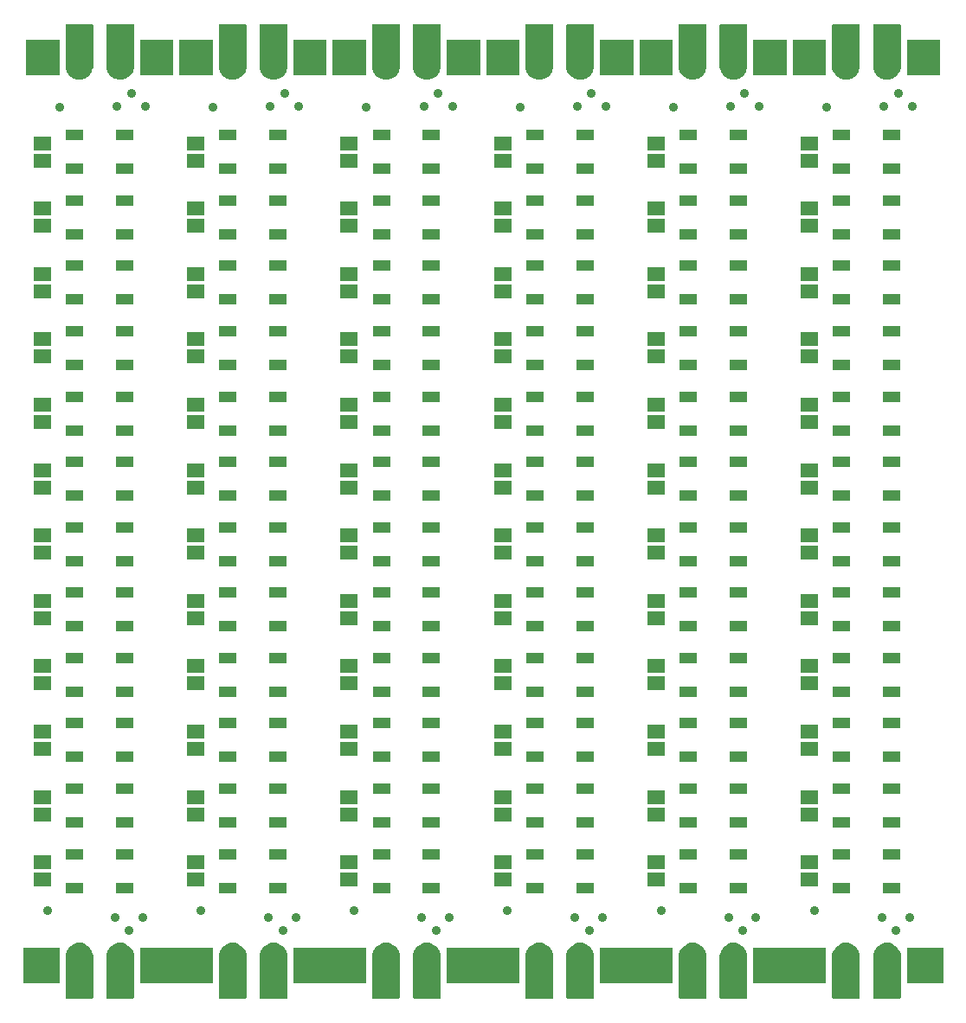
<source format=gts>
G04*
G04 #@! TF.GenerationSoftware,Altium Limited,Altium Designer,21.7.2 (23)*
G04*
G04 Layer_Color=8388736*
%FSLAX44Y44*%
%MOMM*%
G71*
G04*
G04 #@! TF.SameCoordinates,A18D3496-1026-4BA7-8AEB-D4DB3583FBB1*
G04*
G04*
G04 #@! TF.FilePolarity,Negative*
G04*
G01*
G75*
%ADD21R,1.6532X1.4532*%
%ADD22C,1.2032*%
%ADD23R,1.7032X1.1032*%
%ADD24C,1.1032*%
%ADD25C,0.9032*%
G36*
X897000Y907000D02*
X864500D01*
Y942000D01*
X897000D01*
Y907000D01*
D02*
G37*
G36*
X785500D02*
X753000D01*
Y942000D01*
X785500D01*
Y907000D01*
D02*
G37*
G36*
X747000D02*
X714500D01*
Y942000D01*
X747000D01*
Y907000D01*
D02*
G37*
G36*
X635500D02*
X603000D01*
Y942000D01*
X635500D01*
Y907000D01*
D02*
G37*
G36*
X597000D02*
X564500D01*
Y942000D01*
X597000D01*
Y907000D01*
D02*
G37*
G36*
X485500D02*
X453000D01*
Y942000D01*
X485500D01*
Y907000D01*
D02*
G37*
G36*
X447000D02*
X414500D01*
Y942000D01*
X447000D01*
Y907000D01*
D02*
G37*
G36*
X335500D02*
X303000D01*
Y942000D01*
X335500D01*
Y907000D01*
D02*
G37*
G36*
X297000D02*
X264500D01*
Y942000D01*
X297000D01*
Y907000D01*
D02*
G37*
G36*
X185500D02*
X153000D01*
Y942000D01*
X185500D01*
Y907000D01*
D02*
G37*
G36*
X147000D02*
X114500D01*
Y942000D01*
X147000D01*
Y907000D01*
D02*
G37*
G36*
X35500D02*
X3000D01*
Y942000D01*
X35500D01*
Y907000D01*
D02*
G37*
G36*
X857633Y957010D02*
X857763Y956983D01*
X857889Y956941D01*
X858009Y956882D01*
X858120Y956808D01*
X858220Y956720D01*
X858308Y956620D01*
X858382Y956509D01*
X858441Y956390D01*
X858483Y956264D01*
X858509Y956133D01*
X858518Y956000D01*
Y916000D01*
Y914354D01*
D01*
Y914354D01*
X858509Y914221D01*
X858483Y914091D01*
X857632Y910912D01*
X857589Y910786D01*
X857530Y910666D01*
X855884Y907816D01*
X855884Y907816D01*
X855810Y907705D01*
X855722Y907605D01*
X853395Y905278D01*
X853395Y905277D01*
X853295Y905190D01*
X853184Y905116D01*
X850334Y903470D01*
X850334Y903470D01*
X850214Y903411D01*
X850088Y903368D01*
X846909Y902516D01*
X846778Y902490D01*
X846646Y902482D01*
X843354D01*
X843221Y902490D01*
X843091Y902516D01*
X839912Y903368D01*
X839785Y903411D01*
X839666Y903470D01*
X836816Y905116D01*
X836816Y905116D01*
X836705Y905190D01*
X836605Y905277D01*
X834278Y907605D01*
X834277Y907605D01*
X834190Y907705D01*
X834116Y907816D01*
X832470Y910666D01*
X832470Y910666D01*
X832411Y910786D01*
X832368Y910912D01*
X831516Y914091D01*
X831490Y914221D01*
X831482Y914354D01*
Y916000D01*
Y956000D01*
X831490Y956133D01*
X831516Y956264D01*
X831559Y956390D01*
X831618Y956509D01*
X831692Y956620D01*
X831780Y956720D01*
X831880Y956808D01*
X831991Y956882D01*
X832110Y956941D01*
X832236Y956983D01*
X832367Y957010D01*
X832500Y957018D01*
X857500D01*
X857633Y957010D01*
D02*
G37*
G36*
X817633D02*
X817763Y956983D01*
X817890Y956941D01*
X818009Y956882D01*
X818120Y956808D01*
X818220Y956720D01*
X818308Y956620D01*
X818382Y956509D01*
X818441Y956390D01*
X818483Y956264D01*
X818509Y956133D01*
X818518Y956000D01*
Y916000D01*
Y914354D01*
D01*
Y914354D01*
X818509Y914221D01*
X818483Y914091D01*
X817632Y910912D01*
X817589Y910786D01*
X817530Y910666D01*
X815884Y907816D01*
X815884Y907816D01*
X815810Y907705D01*
X815722Y907605D01*
X813395Y905278D01*
X813395Y905277D01*
X813295Y905190D01*
X813184Y905116D01*
X810334Y903470D01*
X810334Y903470D01*
X810214Y903411D01*
X810088Y903368D01*
X806909Y902516D01*
X806778Y902490D01*
X806646Y902482D01*
X803354D01*
X803221Y902490D01*
X803091Y902516D01*
X799912Y903368D01*
X799785Y903411D01*
X799666Y903470D01*
X796816Y905116D01*
X796816Y905116D01*
X796705Y905190D01*
X796605Y905277D01*
X794278Y907605D01*
X794277Y907605D01*
X794190Y907705D01*
X794116Y907816D01*
X792470Y910666D01*
X792470Y910666D01*
X792411Y910786D01*
X792368Y910912D01*
X791516Y914091D01*
X791490Y914221D01*
X791482Y914354D01*
Y916000D01*
Y956000D01*
X791490Y956133D01*
X791516Y956264D01*
X791559Y956390D01*
X791618Y956509D01*
X791692Y956620D01*
X791780Y956720D01*
X791880Y956808D01*
X791991Y956882D01*
X792110Y956941D01*
X792236Y956983D01*
X792367Y957010D01*
X792500Y957018D01*
X817500D01*
X817633Y957010D01*
D02*
G37*
G36*
X707633D02*
X707763Y956983D01*
X707889Y956941D01*
X708009Y956882D01*
X708120Y956808D01*
X708220Y956720D01*
X708308Y956620D01*
X708382Y956509D01*
X708441Y956390D01*
X708483Y956264D01*
X708509Y956133D01*
X708518Y956000D01*
Y916000D01*
Y914354D01*
D01*
Y914354D01*
X708509Y914221D01*
X708483Y914091D01*
X707632Y910912D01*
X707589Y910786D01*
X707530Y910666D01*
X705884Y907816D01*
X705884Y907816D01*
X705810Y907705D01*
X705722Y907605D01*
X703395Y905278D01*
X703395Y905277D01*
X703295Y905190D01*
X703184Y905116D01*
X700334Y903470D01*
X700334Y903470D01*
X700214Y903411D01*
X700088Y903368D01*
X696909Y902516D01*
X696778Y902490D01*
X696646Y902482D01*
X693354D01*
X693221Y902490D01*
X693091Y902516D01*
X689911Y903368D01*
X689785Y903411D01*
X689666Y903470D01*
X686816Y905116D01*
X686816Y905116D01*
X686705Y905190D01*
X686605Y905277D01*
X684278Y907605D01*
X684277Y907605D01*
X684190Y907705D01*
X684116Y907816D01*
X682470Y910666D01*
X682470Y910666D01*
X682411Y910786D01*
X682368Y910912D01*
X681516Y914091D01*
X681490Y914221D01*
X681482Y914354D01*
Y916000D01*
Y956000D01*
X681490Y956133D01*
X681516Y956264D01*
X681559Y956390D01*
X681618Y956509D01*
X681692Y956620D01*
X681780Y956720D01*
X681880Y956808D01*
X681991Y956882D01*
X682110Y956941D01*
X682236Y956983D01*
X682367Y957010D01*
X682500Y957018D01*
X707500D01*
X707633Y957010D01*
D02*
G37*
G36*
X667633D02*
X667763Y956983D01*
X667889Y956941D01*
X668009Y956882D01*
X668120Y956808D01*
X668220Y956720D01*
X668308Y956620D01*
X668382Y956509D01*
X668441Y956390D01*
X668483Y956264D01*
X668509Y956133D01*
X668518Y956000D01*
Y916000D01*
Y914354D01*
D01*
Y914354D01*
X668509Y914221D01*
X668483Y914091D01*
X667632Y910912D01*
X667589Y910786D01*
X667530Y910666D01*
X665884Y907816D01*
X665884Y907816D01*
X665810Y907705D01*
X665722Y907605D01*
X663395Y905278D01*
X663395Y905277D01*
X663295Y905190D01*
X663184Y905116D01*
X660334Y903470D01*
X660334Y903470D01*
X660214Y903411D01*
X660088Y903368D01*
X656909Y902516D01*
X656778Y902490D01*
X656646Y902482D01*
X653354D01*
X653221Y902490D01*
X653091Y902516D01*
X649912Y903368D01*
X649785Y903411D01*
X649666Y903470D01*
X646816Y905116D01*
X646816Y905116D01*
X646705Y905190D01*
X646605Y905277D01*
X644278Y907605D01*
X644277Y907605D01*
X644190Y907705D01*
X644116Y907816D01*
X642470Y910666D01*
X642470Y910666D01*
X642411Y910786D01*
X642368Y910912D01*
X641516Y914091D01*
X641490Y914221D01*
X641482Y914354D01*
Y916000D01*
Y956000D01*
X641490Y956133D01*
X641516Y956264D01*
X641559Y956390D01*
X641618Y956509D01*
X641692Y956620D01*
X641780Y956720D01*
X641880Y956808D01*
X641991Y956882D01*
X642110Y956941D01*
X642236Y956983D01*
X642367Y957010D01*
X642500Y957018D01*
X667500D01*
X667633Y957010D01*
D02*
G37*
G36*
X557633D02*
X557763Y956983D01*
X557890Y956941D01*
X558009Y956882D01*
X558120Y956808D01*
X558220Y956720D01*
X558308Y956620D01*
X558382Y956509D01*
X558441Y956390D01*
X558483Y956264D01*
X558509Y956133D01*
X558518Y956000D01*
Y916000D01*
Y914354D01*
D01*
Y914354D01*
X558509Y914221D01*
X558483Y914091D01*
X557631Y910912D01*
X557589Y910786D01*
X557530Y910666D01*
X555884Y907816D01*
X555884Y907816D01*
X555810Y907705D01*
X555722Y907605D01*
X553395Y905278D01*
X553395Y905277D01*
X553295Y905190D01*
X553184Y905116D01*
X550334Y903470D01*
X550334Y903470D01*
X550214Y903411D01*
X550088Y903368D01*
X546909Y902516D01*
X546778Y902490D01*
X546646Y902482D01*
X543354D01*
X543221Y902490D01*
X543091Y902516D01*
X539911Y903368D01*
X539785Y903411D01*
X539666Y903470D01*
X536816Y905116D01*
X536816Y905116D01*
X536705Y905190D01*
X536605Y905277D01*
X534278Y907605D01*
X534277Y907605D01*
X534190Y907705D01*
X534116Y907816D01*
X532470Y910666D01*
X532470Y910666D01*
X532411Y910786D01*
X532368Y910912D01*
X531516Y914091D01*
X531490Y914221D01*
X531482Y914354D01*
Y916000D01*
Y956000D01*
X531490Y956133D01*
X531516Y956264D01*
X531559Y956390D01*
X531618Y956509D01*
X531692Y956620D01*
X531780Y956720D01*
X531880Y956808D01*
X531991Y956882D01*
X532110Y956941D01*
X532236Y956983D01*
X532367Y957010D01*
X532500Y957018D01*
X557500D01*
X557633Y957010D01*
D02*
G37*
G36*
X517633D02*
X517763Y956983D01*
X517890Y956941D01*
X518009Y956882D01*
X518120Y956808D01*
X518220Y956720D01*
X518308Y956620D01*
X518382Y956509D01*
X518441Y956390D01*
X518483Y956264D01*
X518509Y956133D01*
X518518Y956000D01*
Y916000D01*
Y914354D01*
D01*
Y914354D01*
X518509Y914221D01*
X518483Y914091D01*
X517631Y910912D01*
X517589Y910786D01*
X517530Y910666D01*
X515884Y907816D01*
X515884Y907816D01*
X515810Y907705D01*
X515722Y907605D01*
X513395Y905278D01*
X513395Y905277D01*
X513295Y905190D01*
X513184Y905116D01*
X510334Y903470D01*
X510334Y903470D01*
X510214Y903411D01*
X510088Y903368D01*
X506909Y902516D01*
X506778Y902490D01*
X506646Y902482D01*
X503354D01*
X503221Y902490D01*
X503091Y902516D01*
X499911Y903368D01*
X499785Y903411D01*
X499666Y903470D01*
X496816Y905116D01*
X496816Y905116D01*
X496705Y905190D01*
X496605Y905277D01*
X494278Y907605D01*
X494277Y907605D01*
X494190Y907705D01*
X494116Y907816D01*
X492470Y910666D01*
X492470Y910666D01*
X492411Y910786D01*
X492368Y910912D01*
X491516Y914091D01*
X491490Y914221D01*
X491482Y914354D01*
Y916000D01*
Y956000D01*
X491490Y956133D01*
X491516Y956264D01*
X491559Y956390D01*
X491618Y956509D01*
X491692Y956620D01*
X491780Y956720D01*
X491880Y956808D01*
X491991Y956882D01*
X492110Y956941D01*
X492236Y956983D01*
X492367Y957010D01*
X492500Y957018D01*
X517500D01*
X517633Y957010D01*
D02*
G37*
G36*
X407633D02*
X407763Y956983D01*
X407890Y956941D01*
X408009Y956882D01*
X408120Y956808D01*
X408220Y956720D01*
X408308Y956620D01*
X408382Y956509D01*
X408441Y956390D01*
X408483Y956264D01*
X408509Y956133D01*
X408518Y956000D01*
Y916000D01*
Y914354D01*
D01*
Y914354D01*
X408509Y914221D01*
X408483Y914091D01*
X407631Y910912D01*
X407589Y910786D01*
X407530Y910666D01*
X405884Y907816D01*
X405884Y907816D01*
X405810Y907705D01*
X405722Y907605D01*
X403395Y905278D01*
X403395Y905277D01*
X403295Y905190D01*
X403184Y905116D01*
X400334Y903470D01*
X400334Y903470D01*
X400214Y903411D01*
X400088Y903368D01*
X396909Y902516D01*
X396778Y902490D01*
X396646Y902482D01*
X393354D01*
X393221Y902490D01*
X393091Y902516D01*
X389911Y903368D01*
X389785Y903411D01*
X389666Y903470D01*
X386816Y905116D01*
X386816Y905116D01*
X386705Y905190D01*
X386605Y905277D01*
X384278Y907605D01*
X384277Y907605D01*
X384190Y907705D01*
X384116Y907816D01*
X382470Y910666D01*
X382470Y910666D01*
X382411Y910786D01*
X382368Y910912D01*
X381516Y914091D01*
X381490Y914221D01*
X381482Y914354D01*
Y916000D01*
Y956000D01*
X381490Y956133D01*
X381516Y956264D01*
X381559Y956390D01*
X381618Y956509D01*
X381692Y956620D01*
X381780Y956720D01*
X381880Y956808D01*
X381991Y956882D01*
X382110Y956941D01*
X382236Y956983D01*
X382367Y957010D01*
X382500Y957018D01*
X407500D01*
X407633Y957010D01*
D02*
G37*
G36*
X367633D02*
X367763Y956983D01*
X367890Y956941D01*
X368009Y956882D01*
X368120Y956808D01*
X368220Y956720D01*
X368308Y956620D01*
X368382Y956509D01*
X368441Y956390D01*
X368483Y956264D01*
X368509Y956133D01*
X368518Y956000D01*
Y916000D01*
Y914354D01*
D01*
Y914354D01*
X368509Y914221D01*
X368483Y914091D01*
X367631Y910912D01*
X367589Y910786D01*
X367530Y910666D01*
X365884Y907816D01*
X365884Y907816D01*
X365810Y907705D01*
X365722Y907605D01*
X363395Y905278D01*
X363395Y905277D01*
X363295Y905190D01*
X363184Y905116D01*
X360334Y903470D01*
X360334Y903470D01*
X360214Y903411D01*
X360088Y903368D01*
X356909Y902516D01*
X356778Y902490D01*
X356646Y902482D01*
X353354D01*
X353221Y902490D01*
X353091Y902516D01*
X349911Y903368D01*
X349785Y903411D01*
X349666Y903470D01*
X346816Y905116D01*
X346816Y905116D01*
X346705Y905190D01*
X346605Y905277D01*
X344278Y907605D01*
X344277Y907605D01*
X344190Y907705D01*
X344116Y907816D01*
X342470Y910666D01*
X342470Y910666D01*
X342411Y910786D01*
X342368Y910912D01*
X341516Y914091D01*
X341490Y914221D01*
X341482Y914354D01*
Y916000D01*
Y956000D01*
X341490Y956133D01*
X341516Y956264D01*
X341559Y956390D01*
X341618Y956509D01*
X341692Y956620D01*
X341780Y956720D01*
X341880Y956808D01*
X341991Y956882D01*
X342110Y956941D01*
X342236Y956983D01*
X342367Y957010D01*
X342500Y957018D01*
X367500D01*
X367633Y957010D01*
D02*
G37*
G36*
X257633D02*
X257763Y956983D01*
X257889Y956941D01*
X258009Y956882D01*
X258120Y956808D01*
X258220Y956720D01*
X258308Y956620D01*
X258382Y956509D01*
X258441Y956390D01*
X258483Y956264D01*
X258509Y956133D01*
X258518Y956000D01*
Y916000D01*
Y914354D01*
D01*
Y914354D01*
X258509Y914221D01*
X258483Y914091D01*
X257631Y910912D01*
X257589Y910786D01*
X257530Y910666D01*
X255884Y907816D01*
X255884Y907816D01*
X255810Y907705D01*
X255722Y907605D01*
X253395Y905278D01*
X253395Y905277D01*
X253295Y905190D01*
X253184Y905116D01*
X250334Y903470D01*
X250334Y903470D01*
X250214Y903411D01*
X250088Y903368D01*
X246909Y902516D01*
X246778Y902490D01*
X246646Y902482D01*
X243354D01*
X243221Y902490D01*
X243091Y902516D01*
X239911Y903368D01*
X239785Y903411D01*
X239666Y903470D01*
X236816Y905116D01*
X236816Y905116D01*
X236705Y905190D01*
X236605Y905277D01*
X234278Y907605D01*
X234277Y907605D01*
X234190Y907705D01*
X234116Y907816D01*
X232470Y910666D01*
X232470Y910666D01*
X232411Y910786D01*
X232368Y910912D01*
X231516Y914091D01*
X231490Y914221D01*
X231482Y914354D01*
Y916000D01*
Y956000D01*
X231490Y956133D01*
X231516Y956264D01*
X231559Y956390D01*
X231618Y956509D01*
X231692Y956620D01*
X231780Y956720D01*
X231880Y956808D01*
X231991Y956882D01*
X232110Y956941D01*
X232236Y956983D01*
X232367Y957010D01*
X232500Y957018D01*
X257500D01*
X257633Y957010D01*
D02*
G37*
G36*
X217633D02*
X217763Y956983D01*
X217889Y956941D01*
X218009Y956882D01*
X218120Y956808D01*
X218220Y956720D01*
X218308Y956620D01*
X218382Y956509D01*
X218441Y956390D01*
X218483Y956264D01*
X218509Y956133D01*
X218518Y956000D01*
Y916000D01*
Y914354D01*
D01*
Y914354D01*
X218509Y914221D01*
X218483Y914091D01*
X217631Y910912D01*
X217589Y910786D01*
X217530Y910666D01*
X215884Y907816D01*
X215884Y907816D01*
X215810Y907705D01*
X215722Y907605D01*
X213395Y905278D01*
X213395Y905277D01*
X213295Y905190D01*
X213184Y905116D01*
X210334Y903470D01*
X210334Y903470D01*
X210214Y903411D01*
X210088Y903368D01*
X206909Y902516D01*
X206778Y902490D01*
X206646Y902482D01*
X203354D01*
X203221Y902490D01*
X203091Y902516D01*
X199911Y903368D01*
X199785Y903411D01*
X199666Y903470D01*
X196816Y905116D01*
X196816Y905116D01*
X196705Y905190D01*
X196605Y905277D01*
X194278Y907605D01*
X194277Y907605D01*
X194190Y907705D01*
X194116Y907816D01*
X192470Y910666D01*
X192470Y910666D01*
X192411Y910786D01*
X192368Y910912D01*
X191516Y914091D01*
X191490Y914221D01*
X191482Y914354D01*
Y916000D01*
Y956000D01*
X191490Y956133D01*
X191516Y956264D01*
X191559Y956390D01*
X191618Y956509D01*
X191692Y956620D01*
X191780Y956720D01*
X191880Y956808D01*
X191991Y956882D01*
X192110Y956941D01*
X192236Y956983D01*
X192367Y957010D01*
X192500Y957018D01*
X217500D01*
X217633Y957010D01*
D02*
G37*
G36*
X107633D02*
X107763Y956983D01*
X107889Y956941D01*
X108009Y956882D01*
X108120Y956808D01*
X108220Y956720D01*
X108308Y956620D01*
X108382Y956509D01*
X108441Y956390D01*
X108483Y956264D01*
X108509Y956133D01*
X108518Y956000D01*
Y916000D01*
Y914354D01*
D01*
Y914354D01*
X108509Y914221D01*
X108483Y914091D01*
X107632Y910912D01*
X107589Y910786D01*
X107530Y910666D01*
X105884Y907816D01*
X105884Y907816D01*
X105810Y907705D01*
X105722Y907605D01*
X103395Y905278D01*
X103395Y905277D01*
X103295Y905190D01*
X103184Y905116D01*
X100334Y903470D01*
X100334Y903470D01*
X100214Y903411D01*
X100088Y903368D01*
X96909Y902516D01*
X96778Y902490D01*
X96645Y902482D01*
X93354D01*
X93221Y902490D01*
X93091Y902516D01*
X89911Y903368D01*
X89785Y903411D01*
X89666Y903470D01*
X86816Y905116D01*
X86816Y905116D01*
X86705Y905190D01*
X86605Y905277D01*
X84278Y907605D01*
X84277Y907605D01*
X84190Y907705D01*
X84116Y907816D01*
X82470Y910666D01*
X82470Y910666D01*
X82411Y910786D01*
X82368Y910912D01*
X81516Y914091D01*
X81490Y914221D01*
X81482Y914354D01*
Y916000D01*
Y956000D01*
X81490Y956133D01*
X81516Y956264D01*
X81559Y956390D01*
X81618Y956509D01*
X81692Y956620D01*
X81780Y956720D01*
X81880Y956808D01*
X81991Y956882D01*
X82110Y956941D01*
X82236Y956983D01*
X82367Y957010D01*
X82500Y957018D01*
X107500D01*
X107633Y957010D01*
D02*
G37*
G36*
X67633D02*
X67763Y956983D01*
X67889Y956941D01*
X68009Y956882D01*
X68120Y956808D01*
X68220Y956720D01*
X68308Y956620D01*
X68382Y956509D01*
X68441Y956390D01*
X68483Y956264D01*
X68509Y956133D01*
X68518Y956000D01*
Y916000D01*
Y914354D01*
D01*
Y914354D01*
X68509Y914221D01*
X68483Y914091D01*
X67632Y910912D01*
X67589Y910786D01*
X67530Y910666D01*
X65884Y907816D01*
X65884Y907816D01*
X65810Y907705D01*
X65722Y907605D01*
X63395Y905278D01*
X63395Y905277D01*
X63295Y905190D01*
X63184Y905116D01*
X60334Y903470D01*
X60334Y903470D01*
X60214Y903411D01*
X60088Y903368D01*
X56909Y902516D01*
X56778Y902490D01*
X56645Y902482D01*
X53354D01*
X53221Y902490D01*
X53091Y902516D01*
X49911Y903368D01*
X49785Y903411D01*
X49666Y903470D01*
X46816Y905116D01*
X46816Y905116D01*
X46705Y905190D01*
X46605Y905277D01*
X44278Y907605D01*
X44277Y907605D01*
X44190Y907705D01*
X44116Y907816D01*
X42470Y910666D01*
X42470Y910666D01*
X42411Y910786D01*
X42368Y910912D01*
X41516Y914091D01*
X41490Y914221D01*
X41482Y914354D01*
Y916000D01*
Y956000D01*
X41490Y956133D01*
X41516Y956264D01*
X41559Y956390D01*
X41618Y956509D01*
X41692Y956620D01*
X41780Y956720D01*
X41880Y956808D01*
X41991Y956882D01*
X42110Y956941D01*
X42236Y956983D01*
X42367Y957010D01*
X42500Y957018D01*
X67500D01*
X67633Y957010D01*
D02*
G37*
G36*
X846778Y57509D02*
X846909Y57484D01*
X850088Y56632D01*
X850214Y56589D01*
X850334Y56530D01*
X853184Y54884D01*
X853295Y54810D01*
X853395Y54722D01*
X853395Y54722D01*
X855722Y52395D01*
X855810Y52295D01*
X855884Y52184D01*
X855884Y52184D01*
X857530Y49334D01*
X857589Y49214D01*
X857632Y49088D01*
X858483Y45909D01*
X858509Y45778D01*
X858518Y45646D01*
Y45646D01*
D01*
Y44000D01*
Y4000D01*
X858509Y3867D01*
X858483Y3737D01*
X858441Y3610D01*
X858382Y3491D01*
X858308Y3380D01*
X858220Y3280D01*
X858120Y3192D01*
X858009Y3118D01*
X857889Y3059D01*
X857763Y3016D01*
X857633Y2991D01*
X857500Y2982D01*
X832500D01*
X832367Y2991D01*
X832236Y3016D01*
X832110Y3059D01*
X831991Y3118D01*
X831880Y3192D01*
X831780Y3280D01*
X831692Y3380D01*
X831618Y3491D01*
X831559Y3610D01*
X831516Y3737D01*
X831490Y3867D01*
X831482Y4000D01*
Y44000D01*
Y45646D01*
X831490Y45778D01*
X831516Y45909D01*
X832368Y49088D01*
X832411Y49214D01*
X832470Y49334D01*
X832470Y49334D01*
X834116Y52184D01*
X834190Y52295D01*
X834277Y52395D01*
X834278Y52395D01*
X836605Y54722D01*
X836705Y54810D01*
X836816Y54884D01*
X836816Y54884D01*
X839666Y56530D01*
X839785Y56589D01*
X839912Y56632D01*
X843091Y57484D01*
X843221Y57509D01*
X843354Y57518D01*
D01*
X843354D01*
X846646D01*
X846778Y57509D01*
D02*
G37*
G36*
X806778D02*
X806909Y57484D01*
X810088Y56632D01*
X810214Y56589D01*
X810334Y56530D01*
X813184Y54884D01*
X813295Y54810D01*
X813395Y54722D01*
X813395Y54722D01*
X815722Y52395D01*
X815810Y52295D01*
X815884Y52184D01*
X815884Y52184D01*
X817530Y49334D01*
X817589Y49214D01*
X817632Y49088D01*
X818483Y45909D01*
X818509Y45778D01*
X818518Y45646D01*
Y45646D01*
D01*
Y44000D01*
Y4000D01*
X818509Y3867D01*
X818483Y3737D01*
X818441Y3610D01*
X818382Y3491D01*
X818308Y3380D01*
X818220Y3280D01*
X818120Y3192D01*
X818009Y3118D01*
X817890Y3059D01*
X817763Y3016D01*
X817633Y2991D01*
X817500Y2982D01*
X792500D01*
X792367Y2991D01*
X792236Y3016D01*
X792110Y3059D01*
X791991Y3118D01*
X791880Y3192D01*
X791780Y3280D01*
X791692Y3380D01*
X791618Y3491D01*
X791559Y3610D01*
X791516Y3737D01*
X791490Y3867D01*
X791482Y4000D01*
Y44000D01*
Y45646D01*
X791490Y45778D01*
X791516Y45909D01*
X792368Y49088D01*
X792411Y49214D01*
X792470Y49334D01*
X792470Y49334D01*
X794116Y52184D01*
X794190Y52295D01*
X794277Y52395D01*
X794278Y52395D01*
X796605Y54722D01*
X796705Y54810D01*
X796816Y54884D01*
X796816Y54884D01*
X799666Y56530D01*
X799785Y56589D01*
X799912Y56632D01*
X803091Y57484D01*
X803221Y57509D01*
X803354Y57518D01*
X803354D01*
D01*
X806646D01*
X806778Y57509D01*
D02*
G37*
G36*
X696778D02*
X696909Y57484D01*
X700088Y56632D01*
X700214Y56589D01*
X700334Y56530D01*
X703184Y54884D01*
X703295Y54810D01*
X703395Y54722D01*
X703395Y54722D01*
X705722Y52395D01*
X705810Y52295D01*
X705884Y52184D01*
X705884Y52184D01*
X707530Y49334D01*
X707589Y49214D01*
X707632Y49088D01*
X708483Y45909D01*
X708509Y45778D01*
X708518Y45646D01*
Y45646D01*
D01*
Y44000D01*
Y4000D01*
X708509Y3867D01*
X708483Y3737D01*
X708441Y3610D01*
X708382Y3491D01*
X708308Y3380D01*
X708220Y3280D01*
X708120Y3192D01*
X708009Y3118D01*
X707889Y3059D01*
X707763Y3016D01*
X707633Y2991D01*
X707500Y2982D01*
X682500D01*
X682367Y2991D01*
X682236Y3016D01*
X682110Y3059D01*
X681991Y3118D01*
X681880Y3192D01*
X681780Y3280D01*
X681692Y3380D01*
X681618Y3491D01*
X681559Y3610D01*
X681516Y3737D01*
X681490Y3867D01*
X681482Y4000D01*
Y44000D01*
Y45646D01*
X681490Y45778D01*
X681516Y45909D01*
X682368Y49088D01*
X682411Y49214D01*
X682470Y49334D01*
X682470Y49334D01*
X684116Y52184D01*
X684190Y52295D01*
X684277Y52395D01*
X684278Y52395D01*
X686605Y54722D01*
X686705Y54810D01*
X686816Y54884D01*
X686816Y54884D01*
X689666Y56530D01*
X689785Y56589D01*
X689911Y56632D01*
X693091Y57484D01*
X693221Y57509D01*
X693354Y57518D01*
D01*
X693354D01*
X696646D01*
X696778Y57509D01*
D02*
G37*
G36*
X656778D02*
X656909Y57484D01*
X660088Y56632D01*
X660214Y56589D01*
X660334Y56530D01*
X663184Y54884D01*
X663295Y54810D01*
X663395Y54722D01*
X663395Y54722D01*
X665722Y52395D01*
X665810Y52295D01*
X665884Y52184D01*
X665884Y52184D01*
X667530Y49334D01*
X667589Y49214D01*
X667632Y49088D01*
X668483Y45909D01*
X668509Y45778D01*
X668518Y45646D01*
Y45646D01*
D01*
Y44000D01*
Y4000D01*
X668509Y3867D01*
X668483Y3737D01*
X668441Y3610D01*
X668382Y3491D01*
X668308Y3380D01*
X668220Y3280D01*
X668120Y3192D01*
X668009Y3118D01*
X667889Y3059D01*
X667763Y3016D01*
X667633Y2991D01*
X667500Y2982D01*
X642500D01*
X642367Y2991D01*
X642236Y3016D01*
X642110Y3059D01*
X641991Y3118D01*
X641880Y3192D01*
X641780Y3280D01*
X641692Y3380D01*
X641618Y3491D01*
X641559Y3610D01*
X641516Y3737D01*
X641490Y3867D01*
X641482Y4000D01*
Y44000D01*
Y45646D01*
X641490Y45778D01*
X641516Y45909D01*
X642368Y49088D01*
X642411Y49214D01*
X642470Y49334D01*
X642470Y49334D01*
X644116Y52184D01*
X644190Y52295D01*
X644277Y52395D01*
X644278Y52395D01*
X646605Y54722D01*
X646705Y54810D01*
X646816Y54884D01*
X646816Y54884D01*
X649666Y56530D01*
X649785Y56589D01*
X649912Y56632D01*
X653091Y57484D01*
X653221Y57509D01*
X653354Y57518D01*
X653354D01*
D01*
X656646D01*
X656778Y57509D01*
D02*
G37*
G36*
X546778D02*
X546909Y57484D01*
X550088Y56632D01*
X550214Y56589D01*
X550334Y56530D01*
X553184Y54884D01*
X553295Y54810D01*
X553395Y54722D01*
X553395Y54722D01*
X555722Y52395D01*
X555810Y52295D01*
X555884Y52184D01*
X555884Y52184D01*
X557530Y49334D01*
X557589Y49214D01*
X557631Y49088D01*
X558483Y45909D01*
X558509Y45778D01*
X558518Y45646D01*
Y45646D01*
D01*
Y44000D01*
Y4000D01*
X558509Y3867D01*
X558483Y3737D01*
X558441Y3610D01*
X558382Y3491D01*
X558308Y3380D01*
X558220Y3280D01*
X558120Y3192D01*
X558009Y3118D01*
X557890Y3059D01*
X557763Y3016D01*
X557633Y2991D01*
X557500Y2982D01*
X532500D01*
X532367Y2991D01*
X532236Y3016D01*
X532110Y3059D01*
X531991Y3118D01*
X531880Y3192D01*
X531780Y3280D01*
X531692Y3380D01*
X531618Y3491D01*
X531559Y3610D01*
X531516Y3737D01*
X531490Y3867D01*
X531482Y4000D01*
Y44000D01*
Y45646D01*
X531490Y45778D01*
X531516Y45909D01*
X532368Y49088D01*
X532411Y49214D01*
X532470Y49334D01*
X532470Y49334D01*
X534116Y52184D01*
X534190Y52295D01*
X534277Y52395D01*
X534278Y52395D01*
X536605Y54722D01*
X536705Y54810D01*
X536816Y54884D01*
X536816Y54884D01*
X539666Y56530D01*
X539785Y56589D01*
X539911Y56632D01*
X543091Y57484D01*
X543221Y57509D01*
X543354Y57518D01*
D01*
X543354D01*
X546646D01*
X546778Y57509D01*
D02*
G37*
G36*
X506778D02*
X506909Y57484D01*
X510088Y56632D01*
X510214Y56589D01*
X510334Y56530D01*
X513184Y54884D01*
X513295Y54810D01*
X513395Y54722D01*
X513395Y54722D01*
X515722Y52395D01*
X515810Y52295D01*
X515884Y52184D01*
X515884Y52184D01*
X517530Y49334D01*
X517589Y49214D01*
X517631Y49088D01*
X518483Y45909D01*
X518509Y45778D01*
X518518Y45646D01*
Y45646D01*
D01*
Y44000D01*
Y4000D01*
X518509Y3867D01*
X518483Y3737D01*
X518441Y3610D01*
X518382Y3491D01*
X518308Y3380D01*
X518220Y3280D01*
X518120Y3192D01*
X518009Y3118D01*
X517890Y3059D01*
X517763Y3016D01*
X517633Y2991D01*
X517500Y2982D01*
X492500D01*
X492367Y2991D01*
X492236Y3016D01*
X492110Y3059D01*
X491991Y3118D01*
X491880Y3192D01*
X491780Y3280D01*
X491692Y3380D01*
X491618Y3491D01*
X491559Y3610D01*
X491516Y3737D01*
X491490Y3867D01*
X491482Y4000D01*
Y44000D01*
Y45646D01*
X491490Y45778D01*
X491516Y45909D01*
X492368Y49088D01*
X492411Y49214D01*
X492470Y49334D01*
X492470Y49334D01*
X494116Y52184D01*
X494190Y52295D01*
X494277Y52395D01*
X494278Y52395D01*
X496605Y54722D01*
X496705Y54810D01*
X496816Y54884D01*
X496816Y54884D01*
X499666Y56530D01*
X499785Y56589D01*
X499911Y56632D01*
X503091Y57484D01*
X503221Y57509D01*
X503354Y57518D01*
X503354D01*
D01*
X506646D01*
X506778Y57509D01*
D02*
G37*
G36*
X396778D02*
X396909Y57484D01*
X400088Y56632D01*
X400214Y56589D01*
X400334Y56530D01*
X403184Y54884D01*
X403295Y54810D01*
X403395Y54722D01*
X403395Y54722D01*
X405722Y52395D01*
X405810Y52295D01*
X405884Y52184D01*
X405884Y52184D01*
X407530Y49334D01*
X407589Y49214D01*
X407631Y49088D01*
X408483Y45909D01*
X408509Y45778D01*
X408518Y45646D01*
Y45646D01*
D01*
Y44000D01*
Y4000D01*
X408509Y3867D01*
X408483Y3737D01*
X408441Y3610D01*
X408382Y3491D01*
X408308Y3380D01*
X408220Y3280D01*
X408120Y3192D01*
X408009Y3118D01*
X407890Y3059D01*
X407763Y3016D01*
X407633Y2991D01*
X407500Y2982D01*
X382500D01*
X382367Y2991D01*
X382236Y3016D01*
X382110Y3059D01*
X381991Y3118D01*
X381880Y3192D01*
X381780Y3280D01*
X381692Y3380D01*
X381618Y3491D01*
X381559Y3610D01*
X381516Y3737D01*
X381490Y3867D01*
X381482Y4000D01*
Y44000D01*
Y45646D01*
X381490Y45778D01*
X381516Y45909D01*
X382368Y49088D01*
X382411Y49214D01*
X382470Y49334D01*
X382470Y49334D01*
X384116Y52184D01*
X384190Y52295D01*
X384277Y52395D01*
X384278Y52395D01*
X386605Y54722D01*
X386705Y54810D01*
X386816Y54884D01*
X386816Y54884D01*
X389666Y56530D01*
X389785Y56589D01*
X389911Y56632D01*
X393091Y57484D01*
X393221Y57509D01*
X393354Y57518D01*
D01*
X393354D01*
X396646D01*
X396778Y57509D01*
D02*
G37*
G36*
X356778D02*
X356909Y57484D01*
X360088Y56632D01*
X360214Y56589D01*
X360334Y56530D01*
X363184Y54884D01*
X363295Y54810D01*
X363395Y54722D01*
X363395Y54722D01*
X365722Y52395D01*
X365810Y52295D01*
X365884Y52184D01*
X365884Y52184D01*
X367530Y49334D01*
X367589Y49214D01*
X367631Y49088D01*
X368483Y45909D01*
X368509Y45778D01*
X368518Y45646D01*
Y45646D01*
D01*
Y44000D01*
Y4000D01*
X368509Y3867D01*
X368483Y3737D01*
X368441Y3610D01*
X368382Y3491D01*
X368308Y3380D01*
X368220Y3280D01*
X368120Y3192D01*
X368009Y3118D01*
X367890Y3059D01*
X367763Y3016D01*
X367633Y2991D01*
X367500Y2982D01*
X342500D01*
X342367Y2991D01*
X342236Y3016D01*
X342110Y3059D01*
X341991Y3118D01*
X341880Y3192D01*
X341780Y3280D01*
X341692Y3380D01*
X341618Y3491D01*
X341559Y3610D01*
X341516Y3737D01*
X341490Y3867D01*
X341482Y4000D01*
Y44000D01*
Y45646D01*
X341490Y45778D01*
X341516Y45909D01*
X342368Y49088D01*
X342411Y49214D01*
X342470Y49334D01*
X342470Y49334D01*
X344116Y52184D01*
X344190Y52295D01*
X344277Y52395D01*
X344278Y52395D01*
X346605Y54722D01*
X346705Y54810D01*
X346816Y54884D01*
X346816Y54884D01*
X349666Y56530D01*
X349785Y56589D01*
X349911Y56632D01*
X353091Y57484D01*
X353221Y57509D01*
X353354Y57518D01*
X353354D01*
D01*
X356646D01*
X356778Y57509D01*
D02*
G37*
G36*
X246778D02*
X246909Y57484D01*
X250088Y56632D01*
X250214Y56589D01*
X250334Y56530D01*
X253184Y54884D01*
X253295Y54810D01*
X253395Y54722D01*
X253395Y54722D01*
X255722Y52395D01*
X255810Y52295D01*
X255884Y52184D01*
X255884Y52184D01*
X257530Y49334D01*
X257589Y49214D01*
X257631Y49088D01*
X258483Y45909D01*
X258509Y45778D01*
X258518Y45646D01*
Y45646D01*
D01*
Y44000D01*
Y4000D01*
X258509Y3867D01*
X258483Y3737D01*
X258441Y3610D01*
X258382Y3491D01*
X258308Y3380D01*
X258220Y3280D01*
X258120Y3192D01*
X258009Y3118D01*
X257889Y3059D01*
X257763Y3016D01*
X257633Y2991D01*
X257500Y2982D01*
X232500D01*
X232367Y2991D01*
X232236Y3016D01*
X232110Y3059D01*
X231991Y3118D01*
X231880Y3192D01*
X231780Y3280D01*
X231692Y3380D01*
X231618Y3491D01*
X231559Y3610D01*
X231516Y3737D01*
X231490Y3867D01*
X231482Y4000D01*
Y44000D01*
Y45646D01*
X231490Y45778D01*
X231516Y45909D01*
X232368Y49088D01*
X232411Y49214D01*
X232470Y49334D01*
X232470Y49334D01*
X234116Y52184D01*
X234190Y52295D01*
X234277Y52395D01*
X234278Y52395D01*
X236605Y54722D01*
X236705Y54810D01*
X236816Y54884D01*
X236816Y54884D01*
X239666Y56530D01*
X239785Y56589D01*
X239911Y56632D01*
X243091Y57484D01*
X243221Y57509D01*
X243354Y57518D01*
D01*
X243354D01*
X246646D01*
X246778Y57509D01*
D02*
G37*
G36*
X206779D02*
X206909Y57484D01*
X210088Y56632D01*
X210214Y56589D01*
X210334Y56530D01*
X213184Y54884D01*
X213295Y54810D01*
X213395Y54722D01*
X213395Y54722D01*
X215722Y52395D01*
X215810Y52295D01*
X215884Y52184D01*
X215884Y52184D01*
X217530Y49334D01*
X217589Y49214D01*
X217631Y49088D01*
X218483Y45909D01*
X218509Y45778D01*
X218518Y45646D01*
Y45646D01*
D01*
Y44000D01*
Y4000D01*
X218509Y3867D01*
X218483Y3737D01*
X218441Y3610D01*
X218382Y3491D01*
X218308Y3380D01*
X218220Y3280D01*
X218120Y3192D01*
X218009Y3118D01*
X217889Y3059D01*
X217763Y3016D01*
X217633Y2991D01*
X217500Y2982D01*
X192500D01*
X192367Y2991D01*
X192236Y3016D01*
X192110Y3059D01*
X191991Y3118D01*
X191880Y3192D01*
X191780Y3280D01*
X191692Y3380D01*
X191618Y3491D01*
X191559Y3610D01*
X191516Y3737D01*
X191490Y3867D01*
X191482Y4000D01*
Y44000D01*
Y45646D01*
X191490Y45778D01*
X191516Y45909D01*
X192368Y49088D01*
X192411Y49214D01*
X192470Y49334D01*
X192470Y49334D01*
X194116Y52184D01*
X194190Y52295D01*
X194277Y52395D01*
X194278Y52395D01*
X196605Y54722D01*
X196705Y54810D01*
X196816Y54884D01*
X196816Y54884D01*
X199666Y56530D01*
X199785Y56589D01*
X199911Y56632D01*
X203091Y57484D01*
X203221Y57509D01*
X203354Y57518D01*
X203354D01*
D01*
X206646D01*
X206779Y57509D01*
D02*
G37*
G36*
X96778D02*
X96909Y57484D01*
X100088Y56632D01*
X100214Y56589D01*
X100334Y56530D01*
X103184Y54884D01*
X103295Y54810D01*
X103395Y54722D01*
X103395Y54722D01*
X105722Y52395D01*
X105810Y52295D01*
X105884Y52184D01*
X105884Y52184D01*
X107530Y49334D01*
X107589Y49214D01*
X107632Y49088D01*
X108483Y45909D01*
X108509Y45778D01*
X108518Y45646D01*
Y45646D01*
D01*
Y44000D01*
Y4000D01*
X108509Y3867D01*
X108483Y3737D01*
X108441Y3610D01*
X108382Y3491D01*
X108308Y3380D01*
X108220Y3280D01*
X108120Y3192D01*
X108009Y3118D01*
X107889Y3059D01*
X107763Y3016D01*
X107633Y2991D01*
X107500Y2982D01*
X82500D01*
X82367Y2991D01*
X82236Y3016D01*
X82110Y3059D01*
X81991Y3118D01*
X81880Y3192D01*
X81780Y3280D01*
X81692Y3380D01*
X81618Y3491D01*
X81559Y3610D01*
X81516Y3737D01*
X81490Y3867D01*
X81482Y4000D01*
Y44000D01*
Y45646D01*
X81490Y45778D01*
X81516Y45909D01*
X82368Y49088D01*
X82411Y49214D01*
X82470Y49334D01*
X82470Y49334D01*
X84116Y52184D01*
X84190Y52295D01*
X84277Y52395D01*
X84278Y52395D01*
X86605Y54722D01*
X86705Y54810D01*
X86816Y54884D01*
X86816Y54884D01*
X89666Y56530D01*
X89785Y56589D01*
X89911Y56632D01*
X93091Y57484D01*
X93221Y57509D01*
X93354Y57518D01*
D01*
X93354D01*
X96645D01*
X96778Y57509D01*
D02*
G37*
G36*
X56778D02*
X56909Y57484D01*
X60088Y56632D01*
X60214Y56589D01*
X60334Y56530D01*
X63184Y54884D01*
X63295Y54810D01*
X63395Y54722D01*
X63395Y54722D01*
X65722Y52395D01*
X65810Y52295D01*
X65884Y52184D01*
X65884Y52184D01*
X67530Y49334D01*
X67589Y49214D01*
X67632Y49088D01*
X68483Y45909D01*
X68509Y45778D01*
X68518Y45646D01*
Y45646D01*
D01*
Y44000D01*
Y4000D01*
X68509Y3867D01*
X68483Y3737D01*
X68441Y3610D01*
X68382Y3491D01*
X68308Y3380D01*
X68220Y3280D01*
X68120Y3192D01*
X68009Y3118D01*
X67889Y3059D01*
X67763Y3016D01*
X67633Y2991D01*
X67500Y2982D01*
X42500D01*
X42367Y2991D01*
X42236Y3016D01*
X42110Y3059D01*
X41991Y3118D01*
X41880Y3192D01*
X41780Y3280D01*
X41692Y3380D01*
X41618Y3491D01*
X41559Y3610D01*
X41516Y3737D01*
X41490Y3867D01*
X41482Y4000D01*
Y44000D01*
Y45646D01*
X41490Y45778D01*
X41516Y45909D01*
X42368Y49088D01*
X42411Y49214D01*
X42470Y49334D01*
X42470Y49334D01*
X44116Y52184D01*
X44190Y52295D01*
X44277Y52395D01*
X44278Y52395D01*
X46605Y54722D01*
X46705Y54810D01*
X46816Y54884D01*
X46816Y54884D01*
X49666Y56530D01*
X49785Y56589D01*
X49911Y56632D01*
X53091Y57484D01*
X53221Y57509D01*
X53354Y57518D01*
X53354D01*
D01*
X56645D01*
X56778Y57509D01*
D02*
G37*
G36*
X900000Y18000D02*
X864500D01*
Y53000D01*
X900000D01*
Y18000D01*
D02*
G37*
G36*
X785500D02*
X750000D01*
Y53000D01*
X785500D01*
Y18000D01*
D02*
G37*
G36*
X750000D02*
X714500D01*
Y53000D01*
X750000D01*
Y18000D01*
D02*
G37*
G36*
X635500D02*
X600000D01*
Y53000D01*
X635500D01*
Y18000D01*
D02*
G37*
G36*
X600000D02*
X564500D01*
Y53000D01*
X600000D01*
Y18000D01*
D02*
G37*
G36*
X485500D02*
X450000D01*
Y53000D01*
X485500D01*
Y18000D01*
D02*
G37*
G36*
X450000D02*
X414500D01*
Y53000D01*
X450000D01*
Y18000D01*
D02*
G37*
G36*
X335500D02*
X300000D01*
Y53000D01*
X335500D01*
Y18000D01*
D02*
G37*
G36*
X300000D02*
X264500D01*
Y53000D01*
X300000D01*
Y18000D01*
D02*
G37*
G36*
X185500D02*
X150000D01*
Y53000D01*
X185500D01*
Y18000D01*
D02*
G37*
G36*
X150000D02*
X114500D01*
Y53000D01*
X150000D01*
Y18000D01*
D02*
G37*
G36*
X35500D02*
X0D01*
Y53000D01*
X35500D01*
Y18000D01*
D02*
G37*
D21*
X19000Y119500D02*
D03*
Y136500D02*
D03*
Y520500D02*
D03*
Y503500D02*
D03*
Y456500D02*
D03*
Y439500D02*
D03*
Y328500D02*
D03*
Y311500D02*
D03*
Y392500D02*
D03*
Y375500D02*
D03*
Y584500D02*
D03*
Y567500D02*
D03*
Y648500D02*
D03*
Y631500D02*
D03*
Y712500D02*
D03*
Y695500D02*
D03*
Y776500D02*
D03*
Y759500D02*
D03*
Y840500D02*
D03*
Y823500D02*
D03*
Y264500D02*
D03*
Y247500D02*
D03*
Y200500D02*
D03*
Y183500D02*
D03*
X169000Y119500D02*
D03*
Y136500D02*
D03*
Y520500D02*
D03*
Y503500D02*
D03*
Y456500D02*
D03*
Y439500D02*
D03*
Y328500D02*
D03*
Y311500D02*
D03*
Y392500D02*
D03*
Y375500D02*
D03*
Y584500D02*
D03*
Y567500D02*
D03*
Y648500D02*
D03*
Y631500D02*
D03*
Y712500D02*
D03*
Y695500D02*
D03*
Y776500D02*
D03*
Y759500D02*
D03*
Y840500D02*
D03*
Y823500D02*
D03*
Y264500D02*
D03*
Y247500D02*
D03*
Y200500D02*
D03*
Y183500D02*
D03*
X319000Y119500D02*
D03*
Y136500D02*
D03*
Y520500D02*
D03*
Y503500D02*
D03*
Y456500D02*
D03*
Y439500D02*
D03*
Y328500D02*
D03*
Y311500D02*
D03*
Y392500D02*
D03*
Y375500D02*
D03*
Y584500D02*
D03*
Y567500D02*
D03*
Y648500D02*
D03*
Y631500D02*
D03*
Y712500D02*
D03*
Y695500D02*
D03*
Y776500D02*
D03*
Y759500D02*
D03*
Y840500D02*
D03*
Y823500D02*
D03*
Y264500D02*
D03*
Y247500D02*
D03*
Y200500D02*
D03*
Y183500D02*
D03*
X469000Y119500D02*
D03*
Y136500D02*
D03*
Y520500D02*
D03*
Y503500D02*
D03*
Y456500D02*
D03*
Y439500D02*
D03*
Y328500D02*
D03*
Y311500D02*
D03*
Y392500D02*
D03*
Y375500D02*
D03*
Y584500D02*
D03*
Y567500D02*
D03*
Y648500D02*
D03*
Y631500D02*
D03*
Y712500D02*
D03*
Y695500D02*
D03*
Y776500D02*
D03*
Y759500D02*
D03*
Y840500D02*
D03*
Y823500D02*
D03*
Y264500D02*
D03*
Y247500D02*
D03*
Y200500D02*
D03*
Y183500D02*
D03*
X619000Y119500D02*
D03*
Y136500D02*
D03*
Y520500D02*
D03*
Y503500D02*
D03*
Y456500D02*
D03*
Y439500D02*
D03*
Y328500D02*
D03*
Y311500D02*
D03*
Y392500D02*
D03*
Y375500D02*
D03*
Y584500D02*
D03*
Y567500D02*
D03*
Y648500D02*
D03*
Y631500D02*
D03*
Y712500D02*
D03*
Y695500D02*
D03*
Y776500D02*
D03*
Y759500D02*
D03*
Y840500D02*
D03*
Y823500D02*
D03*
Y264500D02*
D03*
Y247500D02*
D03*
Y200500D02*
D03*
Y183500D02*
D03*
X769000Y119500D02*
D03*
Y136500D02*
D03*
Y520500D02*
D03*
Y503500D02*
D03*
Y456500D02*
D03*
Y439500D02*
D03*
Y328500D02*
D03*
Y311500D02*
D03*
Y392500D02*
D03*
Y375500D02*
D03*
Y584500D02*
D03*
Y567500D02*
D03*
Y648500D02*
D03*
Y631500D02*
D03*
Y712500D02*
D03*
Y695500D02*
D03*
Y776500D02*
D03*
Y759500D02*
D03*
Y840500D02*
D03*
Y823500D02*
D03*
Y264500D02*
D03*
Y247500D02*
D03*
Y200500D02*
D03*
Y183500D02*
D03*
D22*
X55000Y44000D02*
D03*
X95000D02*
D03*
Y916000D02*
D03*
X55000D02*
D03*
X205000Y44000D02*
D03*
X245000D02*
D03*
Y916000D02*
D03*
X205000D02*
D03*
X355000Y44000D02*
D03*
X395000D02*
D03*
Y916000D02*
D03*
X355000D02*
D03*
X505000Y44000D02*
D03*
X545000D02*
D03*
Y916000D02*
D03*
X505000D02*
D03*
X655000Y44000D02*
D03*
X695000D02*
D03*
Y916000D02*
D03*
X655000D02*
D03*
X805000Y44000D02*
D03*
X845000D02*
D03*
Y916000D02*
D03*
X805000D02*
D03*
D23*
X50500Y144500D02*
D03*
Y111500D02*
D03*
X99500D02*
D03*
Y144500D02*
D03*
X50500Y848500D02*
D03*
Y815500D02*
D03*
X99500D02*
D03*
Y848500D02*
D03*
X50500Y528500D02*
D03*
Y495500D02*
D03*
X99500D02*
D03*
Y528500D02*
D03*
X50500Y464500D02*
D03*
Y431500D02*
D03*
X99500D02*
D03*
Y464500D02*
D03*
X50500Y400500D02*
D03*
Y367500D02*
D03*
X99500D02*
D03*
Y400500D02*
D03*
X50500Y592500D02*
D03*
Y559500D02*
D03*
X99500D02*
D03*
Y592500D02*
D03*
X50500Y336500D02*
D03*
Y303500D02*
D03*
X99500D02*
D03*
Y336500D02*
D03*
X50500Y720500D02*
D03*
Y687500D02*
D03*
X99500D02*
D03*
Y720500D02*
D03*
X50500Y656500D02*
D03*
Y623500D02*
D03*
X99500D02*
D03*
Y656500D02*
D03*
X50500Y784500D02*
D03*
Y751500D02*
D03*
X99500D02*
D03*
Y784500D02*
D03*
X50500Y208500D02*
D03*
Y175500D02*
D03*
X99500D02*
D03*
Y208500D02*
D03*
X50500Y272500D02*
D03*
Y239500D02*
D03*
X99500D02*
D03*
Y272500D02*
D03*
X200500Y144500D02*
D03*
Y111500D02*
D03*
X249500D02*
D03*
Y144500D02*
D03*
X200500Y848500D02*
D03*
Y815500D02*
D03*
X249500D02*
D03*
Y848500D02*
D03*
X200500Y528500D02*
D03*
Y495500D02*
D03*
X249500D02*
D03*
Y528500D02*
D03*
X200500Y464500D02*
D03*
Y431500D02*
D03*
X249500D02*
D03*
Y464500D02*
D03*
X200500Y400500D02*
D03*
Y367500D02*
D03*
X249500D02*
D03*
Y400500D02*
D03*
X200500Y592500D02*
D03*
Y559500D02*
D03*
X249500D02*
D03*
Y592500D02*
D03*
X200500Y336500D02*
D03*
Y303500D02*
D03*
X249500D02*
D03*
Y336500D02*
D03*
X200500Y720500D02*
D03*
Y687500D02*
D03*
X249500D02*
D03*
Y720500D02*
D03*
X200500Y656500D02*
D03*
Y623500D02*
D03*
X249500D02*
D03*
Y656500D02*
D03*
X200500Y784500D02*
D03*
Y751500D02*
D03*
X249500D02*
D03*
Y784500D02*
D03*
X200500Y208500D02*
D03*
Y175500D02*
D03*
X249500D02*
D03*
Y208500D02*
D03*
X200500Y272500D02*
D03*
Y239500D02*
D03*
X249500D02*
D03*
Y272500D02*
D03*
X350500Y144500D02*
D03*
Y111500D02*
D03*
X399500D02*
D03*
Y144500D02*
D03*
X350500Y848500D02*
D03*
Y815500D02*
D03*
X399500D02*
D03*
Y848500D02*
D03*
X350500Y528500D02*
D03*
Y495500D02*
D03*
X399500D02*
D03*
Y528500D02*
D03*
X350500Y464500D02*
D03*
Y431500D02*
D03*
X399500D02*
D03*
Y464500D02*
D03*
X350500Y400500D02*
D03*
Y367500D02*
D03*
X399500D02*
D03*
Y400500D02*
D03*
X350500Y592500D02*
D03*
Y559500D02*
D03*
X399500D02*
D03*
Y592500D02*
D03*
X350500Y336500D02*
D03*
Y303500D02*
D03*
X399500D02*
D03*
Y336500D02*
D03*
X350500Y720500D02*
D03*
Y687500D02*
D03*
X399500D02*
D03*
Y720500D02*
D03*
X350500Y656500D02*
D03*
Y623500D02*
D03*
X399500D02*
D03*
Y656500D02*
D03*
X350500Y784500D02*
D03*
Y751500D02*
D03*
X399500D02*
D03*
Y784500D02*
D03*
X350500Y208500D02*
D03*
Y175500D02*
D03*
X399500D02*
D03*
Y208500D02*
D03*
X350500Y272500D02*
D03*
Y239500D02*
D03*
X399500D02*
D03*
Y272500D02*
D03*
X500500Y144500D02*
D03*
Y111500D02*
D03*
X549500D02*
D03*
Y144500D02*
D03*
X500500Y848500D02*
D03*
Y815500D02*
D03*
X549500D02*
D03*
Y848500D02*
D03*
X500500Y528500D02*
D03*
Y495500D02*
D03*
X549500D02*
D03*
Y528500D02*
D03*
X500500Y464500D02*
D03*
Y431500D02*
D03*
X549500D02*
D03*
Y464500D02*
D03*
X500500Y400500D02*
D03*
Y367500D02*
D03*
X549500D02*
D03*
Y400500D02*
D03*
X500500Y592500D02*
D03*
Y559500D02*
D03*
X549500D02*
D03*
Y592500D02*
D03*
X500500Y336500D02*
D03*
Y303500D02*
D03*
X549500D02*
D03*
Y336500D02*
D03*
X500500Y720500D02*
D03*
Y687500D02*
D03*
X549500D02*
D03*
Y720500D02*
D03*
X500500Y656500D02*
D03*
Y623500D02*
D03*
X549500D02*
D03*
Y656500D02*
D03*
X500500Y784500D02*
D03*
Y751500D02*
D03*
X549500D02*
D03*
Y784500D02*
D03*
X500500Y208500D02*
D03*
Y175500D02*
D03*
X549500D02*
D03*
Y208500D02*
D03*
X500500Y272500D02*
D03*
Y239500D02*
D03*
X549500D02*
D03*
Y272500D02*
D03*
X650500Y144500D02*
D03*
Y111500D02*
D03*
X699500D02*
D03*
Y144500D02*
D03*
X650500Y848500D02*
D03*
Y815500D02*
D03*
X699500D02*
D03*
Y848500D02*
D03*
X650500Y528500D02*
D03*
Y495500D02*
D03*
X699500D02*
D03*
Y528500D02*
D03*
X650500Y464500D02*
D03*
Y431500D02*
D03*
X699500D02*
D03*
Y464500D02*
D03*
X650500Y400500D02*
D03*
Y367500D02*
D03*
X699500D02*
D03*
Y400500D02*
D03*
X650500Y592500D02*
D03*
Y559500D02*
D03*
X699500D02*
D03*
Y592500D02*
D03*
X650500Y336500D02*
D03*
Y303500D02*
D03*
X699500D02*
D03*
Y336500D02*
D03*
X650500Y720500D02*
D03*
Y687500D02*
D03*
X699500D02*
D03*
Y720500D02*
D03*
X650500Y656500D02*
D03*
Y623500D02*
D03*
X699500D02*
D03*
Y656500D02*
D03*
X650500Y784500D02*
D03*
Y751500D02*
D03*
X699500D02*
D03*
Y784500D02*
D03*
X650500Y208500D02*
D03*
Y175500D02*
D03*
X699500D02*
D03*
Y208500D02*
D03*
X650500Y272500D02*
D03*
Y239500D02*
D03*
X699500D02*
D03*
Y272500D02*
D03*
X800500Y144500D02*
D03*
Y111500D02*
D03*
X849500D02*
D03*
Y144500D02*
D03*
X800500Y848500D02*
D03*
Y815500D02*
D03*
X849500D02*
D03*
Y848500D02*
D03*
X800500Y528500D02*
D03*
Y495500D02*
D03*
X849500D02*
D03*
Y528500D02*
D03*
X800500Y464500D02*
D03*
Y431500D02*
D03*
X849500D02*
D03*
Y464500D02*
D03*
X800500Y400500D02*
D03*
Y367500D02*
D03*
X849500D02*
D03*
Y400500D02*
D03*
X800500Y592500D02*
D03*
Y559500D02*
D03*
X849500D02*
D03*
Y592500D02*
D03*
X800500Y336500D02*
D03*
Y303500D02*
D03*
X849500D02*
D03*
Y336500D02*
D03*
X800500Y720500D02*
D03*
Y687500D02*
D03*
X849500D02*
D03*
Y720500D02*
D03*
X800500Y656500D02*
D03*
Y623500D02*
D03*
X849500D02*
D03*
Y656500D02*
D03*
X800500Y784500D02*
D03*
Y751500D02*
D03*
X849500D02*
D03*
Y784500D02*
D03*
X800500Y208500D02*
D03*
Y175500D02*
D03*
X849500D02*
D03*
Y208500D02*
D03*
X800500Y272500D02*
D03*
Y239500D02*
D03*
X849500D02*
D03*
Y272500D02*
D03*
D24*
X99500Y815500D02*
D03*
Y751500D02*
D03*
Y687500D02*
D03*
Y623500D02*
D03*
Y559500D02*
D03*
Y495500D02*
D03*
Y431500D02*
D03*
Y367500D02*
D03*
Y303500D02*
D03*
Y239500D02*
D03*
Y175500D02*
D03*
Y111500D02*
D03*
X50500Y144500D02*
D03*
X99500Y848500D02*
D03*
X50500D02*
D03*
Y815500D02*
D03*
X99500Y784500D02*
D03*
X50500D02*
D03*
Y751500D02*
D03*
X99500Y720500D02*
D03*
X50500D02*
D03*
Y687500D02*
D03*
X99500Y656500D02*
D03*
X50500D02*
D03*
Y623500D02*
D03*
X99500Y592500D02*
D03*
X50500D02*
D03*
Y559500D02*
D03*
X99500Y528500D02*
D03*
X50500D02*
D03*
Y495500D02*
D03*
X99500Y464500D02*
D03*
X50500D02*
D03*
Y431500D02*
D03*
X99500Y400500D02*
D03*
X50500D02*
D03*
Y367500D02*
D03*
X99500Y336500D02*
D03*
X50500D02*
D03*
Y303500D02*
D03*
X99500Y272500D02*
D03*
X50500D02*
D03*
Y239500D02*
D03*
X99500Y208500D02*
D03*
X50500D02*
D03*
Y175500D02*
D03*
Y111500D02*
D03*
X99500Y144500D02*
D03*
X249500Y815500D02*
D03*
Y751500D02*
D03*
Y687500D02*
D03*
Y623500D02*
D03*
Y559500D02*
D03*
Y495500D02*
D03*
Y431500D02*
D03*
Y367500D02*
D03*
Y303500D02*
D03*
Y239500D02*
D03*
Y175500D02*
D03*
Y111500D02*
D03*
X200500Y144500D02*
D03*
X249500Y848500D02*
D03*
X200500D02*
D03*
Y815500D02*
D03*
X249500Y784500D02*
D03*
X200500D02*
D03*
Y751500D02*
D03*
X249500Y720500D02*
D03*
X200500D02*
D03*
Y687500D02*
D03*
X249500Y656500D02*
D03*
X200500D02*
D03*
Y623500D02*
D03*
X249500Y592500D02*
D03*
X200500D02*
D03*
Y559500D02*
D03*
X249500Y528500D02*
D03*
X200500D02*
D03*
Y495500D02*
D03*
X249500Y464500D02*
D03*
X200500D02*
D03*
Y431500D02*
D03*
X249500Y400500D02*
D03*
X200500D02*
D03*
Y367500D02*
D03*
X249500Y336500D02*
D03*
X200500D02*
D03*
Y303500D02*
D03*
X249500Y272500D02*
D03*
X200500D02*
D03*
Y239500D02*
D03*
X249500Y208500D02*
D03*
X200500D02*
D03*
Y175500D02*
D03*
Y111500D02*
D03*
X249500Y144500D02*
D03*
X399500Y815500D02*
D03*
Y751500D02*
D03*
Y687500D02*
D03*
Y623500D02*
D03*
Y559500D02*
D03*
Y495500D02*
D03*
Y431500D02*
D03*
Y367500D02*
D03*
Y303500D02*
D03*
Y239500D02*
D03*
Y175500D02*
D03*
Y111500D02*
D03*
X350500Y144500D02*
D03*
X399500Y848500D02*
D03*
X350500D02*
D03*
Y815500D02*
D03*
X399500Y784500D02*
D03*
X350500D02*
D03*
Y751500D02*
D03*
X399500Y720500D02*
D03*
X350500D02*
D03*
Y687500D02*
D03*
X399500Y656500D02*
D03*
X350500D02*
D03*
Y623500D02*
D03*
X399500Y592500D02*
D03*
X350500D02*
D03*
Y559500D02*
D03*
X399500Y528500D02*
D03*
X350500D02*
D03*
Y495500D02*
D03*
X399500Y464500D02*
D03*
X350500D02*
D03*
Y431500D02*
D03*
X399500Y400500D02*
D03*
X350500D02*
D03*
Y367500D02*
D03*
X399500Y336500D02*
D03*
X350500D02*
D03*
Y303500D02*
D03*
X399500Y272500D02*
D03*
X350500D02*
D03*
Y239500D02*
D03*
X399500Y208500D02*
D03*
X350500D02*
D03*
Y175500D02*
D03*
Y111500D02*
D03*
X399500Y144500D02*
D03*
X549500Y815500D02*
D03*
Y751500D02*
D03*
Y687500D02*
D03*
Y623500D02*
D03*
Y559500D02*
D03*
Y495500D02*
D03*
Y431500D02*
D03*
Y367500D02*
D03*
Y303500D02*
D03*
Y239500D02*
D03*
Y175500D02*
D03*
Y111500D02*
D03*
X500500Y144500D02*
D03*
X549500Y848500D02*
D03*
X500500D02*
D03*
Y815500D02*
D03*
X549500Y784500D02*
D03*
X500500D02*
D03*
Y751500D02*
D03*
X549500Y720500D02*
D03*
X500500D02*
D03*
Y687500D02*
D03*
X549500Y656500D02*
D03*
X500500D02*
D03*
Y623500D02*
D03*
X549500Y592500D02*
D03*
X500500D02*
D03*
Y559500D02*
D03*
X549500Y528500D02*
D03*
X500500D02*
D03*
Y495500D02*
D03*
X549500Y464500D02*
D03*
X500500D02*
D03*
Y431500D02*
D03*
X549500Y400500D02*
D03*
X500500D02*
D03*
Y367500D02*
D03*
X549500Y336500D02*
D03*
X500500D02*
D03*
Y303500D02*
D03*
X549500Y272500D02*
D03*
X500500D02*
D03*
Y239500D02*
D03*
X549500Y208500D02*
D03*
X500500D02*
D03*
Y175500D02*
D03*
Y111500D02*
D03*
X549500Y144500D02*
D03*
X699500Y815500D02*
D03*
Y751500D02*
D03*
Y687500D02*
D03*
Y623500D02*
D03*
Y559500D02*
D03*
Y495500D02*
D03*
Y431500D02*
D03*
Y367500D02*
D03*
Y303500D02*
D03*
Y239500D02*
D03*
Y175500D02*
D03*
Y111500D02*
D03*
X650500Y144500D02*
D03*
X699500Y848500D02*
D03*
X650500D02*
D03*
Y815500D02*
D03*
X699500Y784500D02*
D03*
X650500D02*
D03*
Y751500D02*
D03*
X699500Y720500D02*
D03*
X650500D02*
D03*
Y687500D02*
D03*
X699500Y656500D02*
D03*
X650500D02*
D03*
Y623500D02*
D03*
X699500Y592500D02*
D03*
X650500D02*
D03*
Y559500D02*
D03*
X699500Y528500D02*
D03*
X650500D02*
D03*
Y495500D02*
D03*
X699500Y464500D02*
D03*
X650500D02*
D03*
Y431500D02*
D03*
X699500Y400500D02*
D03*
X650500D02*
D03*
Y367500D02*
D03*
X699500Y336500D02*
D03*
X650500D02*
D03*
Y303500D02*
D03*
X699500Y272500D02*
D03*
X650500D02*
D03*
Y239500D02*
D03*
X699500Y208500D02*
D03*
X650500D02*
D03*
Y175500D02*
D03*
Y111500D02*
D03*
X699500Y144500D02*
D03*
X849500Y815500D02*
D03*
Y751500D02*
D03*
Y687500D02*
D03*
Y623500D02*
D03*
Y559500D02*
D03*
Y495500D02*
D03*
Y431500D02*
D03*
Y367500D02*
D03*
Y303500D02*
D03*
Y239500D02*
D03*
Y175500D02*
D03*
Y111500D02*
D03*
X800500Y144500D02*
D03*
X849500Y848500D02*
D03*
X800500D02*
D03*
Y815500D02*
D03*
X849500Y784500D02*
D03*
X800500D02*
D03*
Y751500D02*
D03*
X849500Y720500D02*
D03*
X800500D02*
D03*
Y687500D02*
D03*
X849500Y656500D02*
D03*
X800500D02*
D03*
Y623500D02*
D03*
X849500Y592500D02*
D03*
X800500D02*
D03*
Y559500D02*
D03*
X849500Y528500D02*
D03*
X800500D02*
D03*
Y495500D02*
D03*
X849500Y464500D02*
D03*
X800500D02*
D03*
Y431500D02*
D03*
X849500Y400500D02*
D03*
X800500D02*
D03*
Y367500D02*
D03*
X849500Y336500D02*
D03*
X800500D02*
D03*
Y303500D02*
D03*
X849500Y272500D02*
D03*
X800500D02*
D03*
Y239500D02*
D03*
X849500Y208500D02*
D03*
X800500D02*
D03*
Y175500D02*
D03*
Y111500D02*
D03*
X849500Y144500D02*
D03*
D25*
X24000Y89000D02*
D03*
X104000Y70000D02*
D03*
X117000Y82000D02*
D03*
X90000D02*
D03*
X120000Y877000D02*
D03*
X106000Y889000D02*
D03*
X92000Y877000D02*
D03*
X36000Y876000D02*
D03*
X119500Y25000D02*
D03*
X130000D02*
D03*
X120000Y45000D02*
D03*
Y35000D02*
D03*
X140000Y45000D02*
D03*
X130000Y35000D02*
D03*
X140000D02*
D03*
X130000Y45000D02*
D03*
X20500D02*
D03*
X30500Y35000D02*
D03*
X20500D02*
D03*
X30500Y45000D02*
D03*
X10500Y35000D02*
D03*
Y45000D02*
D03*
X20500Y25000D02*
D03*
X30500D02*
D03*
X140000Y915000D02*
D03*
Y925000D02*
D03*
Y935000D02*
D03*
X30000D02*
D03*
X20000D02*
D03*
X10000Y915000D02*
D03*
Y925000D02*
D03*
Y935000D02*
D03*
X140000Y25000D02*
D03*
X10000D02*
D03*
X30000Y915000D02*
D03*
X20000Y925000D02*
D03*
X30000D02*
D03*
X20000Y915000D02*
D03*
X130000Y935000D02*
D03*
X120000D02*
D03*
Y925000D02*
D03*
X130000D02*
D03*
X120000Y915000D02*
D03*
X130000D02*
D03*
X174000Y89000D02*
D03*
X254000Y70000D02*
D03*
X267000Y82000D02*
D03*
X240000D02*
D03*
X270000Y877000D02*
D03*
X256000Y889000D02*
D03*
X242000Y877000D02*
D03*
X186000Y876000D02*
D03*
X269500Y25000D02*
D03*
X280000D02*
D03*
X270000Y45000D02*
D03*
Y35000D02*
D03*
X290000Y45000D02*
D03*
X280000Y35000D02*
D03*
X290000D02*
D03*
X280000Y45000D02*
D03*
X170500D02*
D03*
X180500Y35000D02*
D03*
X170500D02*
D03*
X180500Y45000D02*
D03*
X160500Y35000D02*
D03*
Y45000D02*
D03*
X170500Y25000D02*
D03*
X180500D02*
D03*
X290000Y915000D02*
D03*
Y925000D02*
D03*
Y935000D02*
D03*
X180000D02*
D03*
X170000D02*
D03*
X160000Y915000D02*
D03*
Y925000D02*
D03*
Y935000D02*
D03*
X290000Y25000D02*
D03*
X160000D02*
D03*
X180000Y915000D02*
D03*
X170000Y925000D02*
D03*
X180000D02*
D03*
X170000Y915000D02*
D03*
X280000Y935000D02*
D03*
X270000D02*
D03*
Y925000D02*
D03*
X280000D02*
D03*
X270000Y915000D02*
D03*
X280000D02*
D03*
X324000Y89000D02*
D03*
X404000Y70000D02*
D03*
X417000Y82000D02*
D03*
X390000D02*
D03*
X420000Y877000D02*
D03*
X406000Y889000D02*
D03*
X392000Y877000D02*
D03*
X336000Y876000D02*
D03*
X419500Y25000D02*
D03*
X430000D02*
D03*
X420000Y45000D02*
D03*
Y35000D02*
D03*
X440000Y45000D02*
D03*
X430000Y35000D02*
D03*
X440000D02*
D03*
X430000Y45000D02*
D03*
X320500D02*
D03*
X330500Y35000D02*
D03*
X320500D02*
D03*
X330500Y45000D02*
D03*
X310500Y35000D02*
D03*
Y45000D02*
D03*
X320500Y25000D02*
D03*
X330500D02*
D03*
X440000Y915000D02*
D03*
Y925000D02*
D03*
Y935000D02*
D03*
X330000D02*
D03*
X320000D02*
D03*
X310000Y915000D02*
D03*
Y925000D02*
D03*
Y935000D02*
D03*
X440000Y25000D02*
D03*
X310000D02*
D03*
X330000Y915000D02*
D03*
X320000Y925000D02*
D03*
X330000D02*
D03*
X320000Y915000D02*
D03*
X430000Y935000D02*
D03*
X420000D02*
D03*
Y925000D02*
D03*
X430000D02*
D03*
X420000Y915000D02*
D03*
X430000D02*
D03*
X474000Y89000D02*
D03*
X554000Y70000D02*
D03*
X567000Y82000D02*
D03*
X540000D02*
D03*
X570000Y877000D02*
D03*
X556000Y889000D02*
D03*
X542000Y877000D02*
D03*
X486000Y876000D02*
D03*
X569500Y25000D02*
D03*
X580000D02*
D03*
X570000Y45000D02*
D03*
Y35000D02*
D03*
X590000Y45000D02*
D03*
X580000Y35000D02*
D03*
X590000D02*
D03*
X580000Y45000D02*
D03*
X470500D02*
D03*
X480500Y35000D02*
D03*
X470500D02*
D03*
X480500Y45000D02*
D03*
X460500Y35000D02*
D03*
Y45000D02*
D03*
X470500Y25000D02*
D03*
X480500D02*
D03*
X590000Y915000D02*
D03*
Y925000D02*
D03*
Y935000D02*
D03*
X480000D02*
D03*
X470000D02*
D03*
X460000Y915000D02*
D03*
Y925000D02*
D03*
Y935000D02*
D03*
X590000Y25000D02*
D03*
X460000D02*
D03*
X480000Y915000D02*
D03*
X470000Y925000D02*
D03*
X480000D02*
D03*
X470000Y915000D02*
D03*
X580000Y935000D02*
D03*
X570000D02*
D03*
Y925000D02*
D03*
X580000D02*
D03*
X570000Y915000D02*
D03*
X580000D02*
D03*
X624000Y89000D02*
D03*
X704000Y70000D02*
D03*
X717000Y82000D02*
D03*
X690000D02*
D03*
X720000Y877000D02*
D03*
X706000Y889000D02*
D03*
X692000Y877000D02*
D03*
X636000Y876000D02*
D03*
X719500Y25000D02*
D03*
X730000D02*
D03*
X720000Y45000D02*
D03*
Y35000D02*
D03*
X740000Y45000D02*
D03*
X730000Y35000D02*
D03*
X740000D02*
D03*
X730000Y45000D02*
D03*
X620500D02*
D03*
X630500Y35000D02*
D03*
X620500D02*
D03*
X630500Y45000D02*
D03*
X610500Y35000D02*
D03*
Y45000D02*
D03*
X620500Y25000D02*
D03*
X630500D02*
D03*
X740000Y915000D02*
D03*
Y925000D02*
D03*
Y935000D02*
D03*
X630000D02*
D03*
X620000D02*
D03*
X610000Y915000D02*
D03*
Y925000D02*
D03*
Y935000D02*
D03*
X740000Y25000D02*
D03*
X610000D02*
D03*
X630000Y915000D02*
D03*
X620000Y925000D02*
D03*
X630000D02*
D03*
X620000Y915000D02*
D03*
X730000Y935000D02*
D03*
X720000D02*
D03*
Y925000D02*
D03*
X730000D02*
D03*
X720000Y915000D02*
D03*
X730000D02*
D03*
X774000Y89000D02*
D03*
X854000Y70000D02*
D03*
X867000Y82000D02*
D03*
X840000D02*
D03*
X870000Y877000D02*
D03*
X856000Y889000D02*
D03*
X842000Y877000D02*
D03*
X786000Y876000D02*
D03*
X869500Y25000D02*
D03*
X880000D02*
D03*
X870000Y45000D02*
D03*
Y35000D02*
D03*
X890000Y45000D02*
D03*
X880000Y35000D02*
D03*
X890000D02*
D03*
X880000Y45000D02*
D03*
X770500D02*
D03*
X780500Y35000D02*
D03*
X770500D02*
D03*
X780500Y45000D02*
D03*
X760500Y35000D02*
D03*
Y45000D02*
D03*
X770500Y25000D02*
D03*
X780500D02*
D03*
X890000Y915000D02*
D03*
Y925000D02*
D03*
Y935000D02*
D03*
X780000D02*
D03*
X770000D02*
D03*
X760000Y915000D02*
D03*
Y925000D02*
D03*
Y935000D02*
D03*
X890000Y25000D02*
D03*
X760000D02*
D03*
X780000Y915000D02*
D03*
X770000Y925000D02*
D03*
X780000D02*
D03*
X770000Y915000D02*
D03*
X880000Y935000D02*
D03*
X870000D02*
D03*
Y925000D02*
D03*
X880000D02*
D03*
X870000Y915000D02*
D03*
X880000D02*
D03*
M02*

</source>
